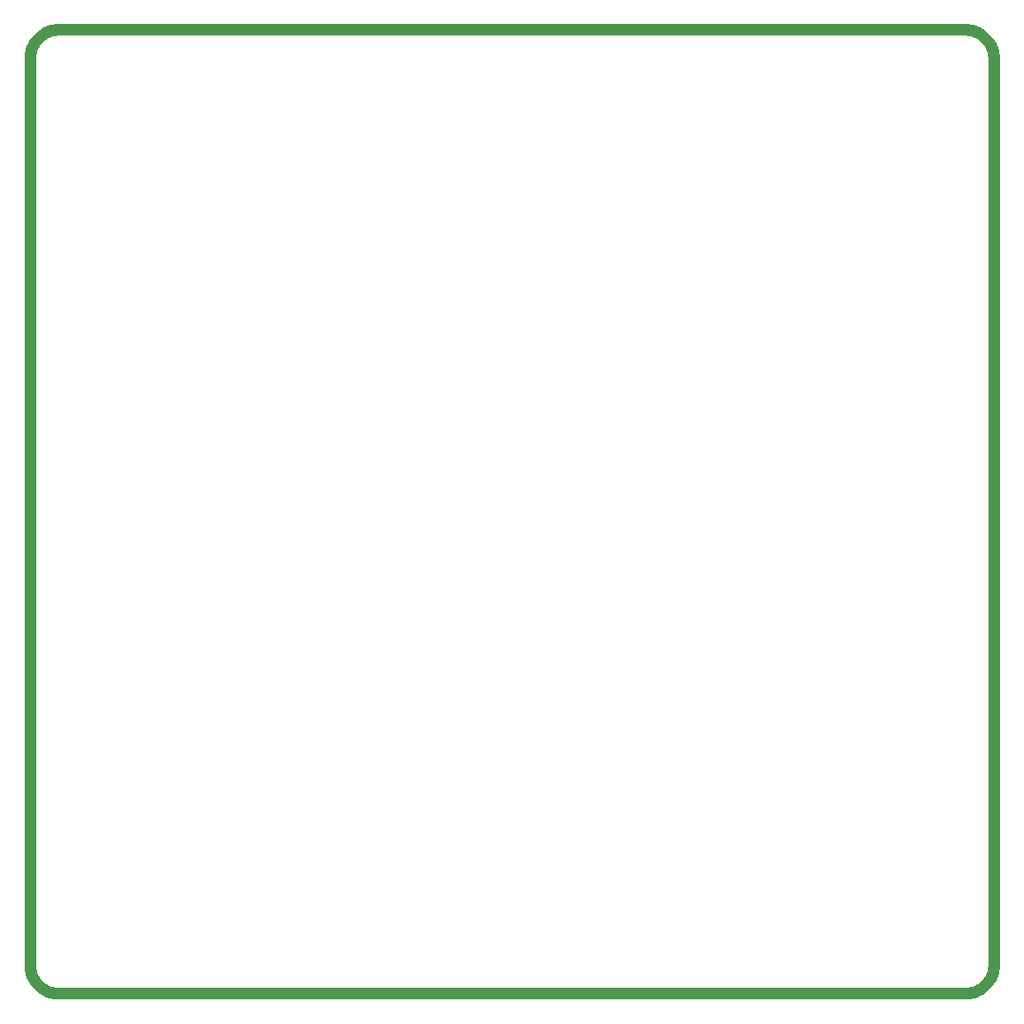
<source format=gko>
%FSLAX23Y23*%
%MOIN*%
%SFA1B1*%

%IPPOS*%
%ADD69C,0.047240*%
%LNrev1_0-1*%
%LPD*%
G54D69*
X0Y118D02*
X0Y108D01*
X1Y98*
X3Y89*
X6Y79*
X9Y70*
X14Y61*
X19Y53*
X24Y45*
X31Y38*
X38Y31*
X45Y24*
X53Y19*
X61Y14*
X70Y9*
X79Y6*
X89Y3*
X98Y1*
X108Y0*
X118Y0*
X3779D02*
X3789Y0D01*
X3798Y1*
X3808Y3*
X3817Y6*
X3826Y9*
X3835Y14*
X3844Y19*
X3852Y24*
X3859Y31*
X3866Y38*
X3872Y45*
X3878Y53*
X3883Y61*
X3887Y70*
X3891Y79*
X3894Y89*
X3896Y98*
X3897Y108*
X3897Y118*
Y3779D02*
X3897Y3789D01*
X3896Y3798*
X3894Y3808*
X3891Y3817*
X3887Y3826*
X3883Y3835*
X3878Y3844*
X3872Y3852*
X3866Y3859*
X3859Y3866*
X3852Y3872*
X3844Y3878*
X3835Y3883*
X3826Y3887*
X3817Y3891*
X3808Y3894*
X3798Y3896*
X3789Y3897*
X3779Y3897*
X118D02*
X108Y3897D01*
X98Y3896*
X89Y3894*
X79Y3891*
X70Y3887*
X61Y3883*
X53Y3878*
X45Y3872*
X38Y3866*
X31Y3859*
X24Y3852*
X19Y3844*
X14Y3835*
X9Y3826*
X6Y3817*
X3Y3808*
X1Y3798*
X0Y3789*
X0Y3779*
X118Y0D02*
X3779D01*
X3897Y118D02*
Y3779D01*
X118Y3897D02*
X3779D01*
X0Y118D02*
Y3779D01*
M02*
</source>
